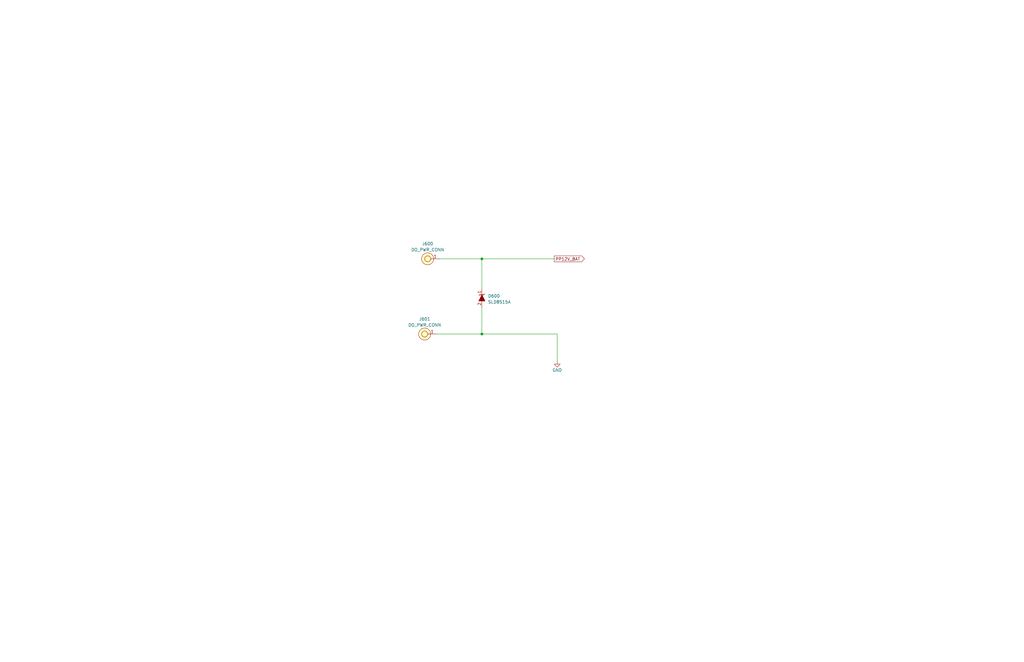
<source format=kicad_sch>
(kicad_sch (version 20231120) (generator "eeschema") (generator_version "8.0")
  (paper "B")
  (lib_symbols
    (symbol "DO_CONNECTORS:DO_PWR_CONN" (pin_names (offset 1.016) hide)
      (property "Reference" "J" (at 0 3.81 0))
      (property "Value" "DO_PWR_CONN" (at 0 -5.08 0))
      (symbol "DO_PWR_CONN_0_1"
        (circle (center 0 0) (radius 1.27) (fill (type color) (color 255 255 255 1)))
        (circle (center 0 0) (radius 2.54) (fill (type background)))
      )
      (symbol "DO_PWR_CONN_1_1"
        (pin passive line (at 5.08 0 180) (length 3.81) (name "Pin_1") (number "1"))
      )
    )
    (symbol "DO_DIODES:D_SLD8S15A" (pin_names (offset 1.016) hide)
      (property "Reference" "D" (at 0 2.54 0))
      (property "Value" "SLD8S15A" (at 0 -2.54 0))
      (symbol "D_SLD8S15A_0_1"
        (polyline (pts (xy 1.27 0) (xy -1.27 0)))
        (polyline (pts (xy -1.27 -1.016) (xy -1.524 -0.762) (xy -1.524 1.016)))
        (polyline (pts (xy -1.27 0) (xy -1.27 -1.016) (xy -1.016 -1.27)))
        (polyline (pts (xy -1.27 0) (xy -1.27 0.762) (xy -1.778 1.27)))
        (polyline (pts (xy 1.27 -1.27) (xy 1.27 1.27) (xy -1.27 0) (xy 1.27 -1.27)) (stroke (width 0.254)) (fill (type outline)))
      )
      (symbol "D_SLD8S15A_1_1"
        (pin passive line (at -3.81 0 0) (length 2.54) (name "K") (number "1"))
        (pin passive line (at 3.81 0 180) (length 2.54) (name "A") (number "2"))
      )
    )
    (symbol "DO_POWER:GND" (power) (pin_names (offset 0))
      (property "Value" "GND" (at 0 -3.81 0))
      (symbol "GND_0_1"
        (polyline (pts (xy 0 0) (xy 0 -1.27) (xy 1.27 -1.27) (xy 0 -2.54) (xy -1.27 -1.27) (xy 0 -1.27)))
      )
      (symbol "GND_1_1"
        (pin power_in line (at 0 0 270) (length 0) hide (name "GND") (number "1"))
      )
    )
  )
  (junction (at 203.2 140.97))
  (junction (at 203.2 109.22))
  (wire (pts (xy 203.2 129.54) (xy 203.2 140.97)))
  (wire (pts (xy 203.2 140.97) (xy 234.95 140.97)))
  (wire (pts (xy 203.2 109.22) (xy 203.2 121.92)))
  (wire (pts (xy 234.95 140.97) (xy 234.95 152.4)))
  (wire (pts (xy 185.42 109.22) (xy 203.2 109.22)))
  (wire (pts (xy 184.15 140.97) (xy 203.2 140.97)))
  (wire (pts (xy 203.2 109.22) (xy 233.68 109.22)))
  (global_label "PP12V_BAT" (shape output) (at 233.68 109.22 0) (property "Intersheetrefs" "${INTERSHEET_REFS}" (effects (hide yes))))
  (symbol (lib_id "DO_DIODES:D_SLD8S15A") (at 203.2 125.73 270) (unit 1)
    (property "Reference" "D600" (at 205.74 124.9045 90) (effects (justify left)))
    (property "Value" "SLD8S15A" (at 205.74 127.4445 90) (effects (justify left)))
    (property "Datasheet" "https://www.littelfuse.com/~/media/electronics/datasheets/tvs_diodes/littelfuse_tvs_diode_sld8s_datasheet.pdf.pdf" (effects (hide yes)))
    (property "MFR" "Littelfuse Inc." (effects (hide yes)))
    (property "PN" "SLD8S15A" (effects (hide yes)))
  )
  (symbol (lib_id "DO_POWER:GND") (at 234.95 152.4 0) (unit 1)
    (property "Reference" "#PWR021" (effects (hide yes)))
    (property "Value" "GND" (at 234.95 156.21 0))
  )
  (symbol (lib_id "DO_CONNECTORS:DO_PWR_CONN") (at 180.34 109.22 0) (unit 1)
    (property "Reference" "J600" (at 180.34 102.87 0))
    (property "Value" "DO_PWR_CONN" (at 180.34 105.41 0))
    (property "Datasheet" "https://www.aliexpress.us/item/3256803838921330.html" (effects (hide yes)))
  )
  (symbol (lib_id "DO_CONNECTORS:DO_PWR_CONN") (at 179.07 140.97 0) (unit 1)
    (property "Reference" "J601" (at 179.07 134.62 0))
    (property "Value" "DO_PWR_CONN" (at 179.07 137.16 0))
    (property "Datasheet" "https://www.aliexpress.us/item/3256803838921330.html" (effects (hide yes)))
  )
)
</source>
